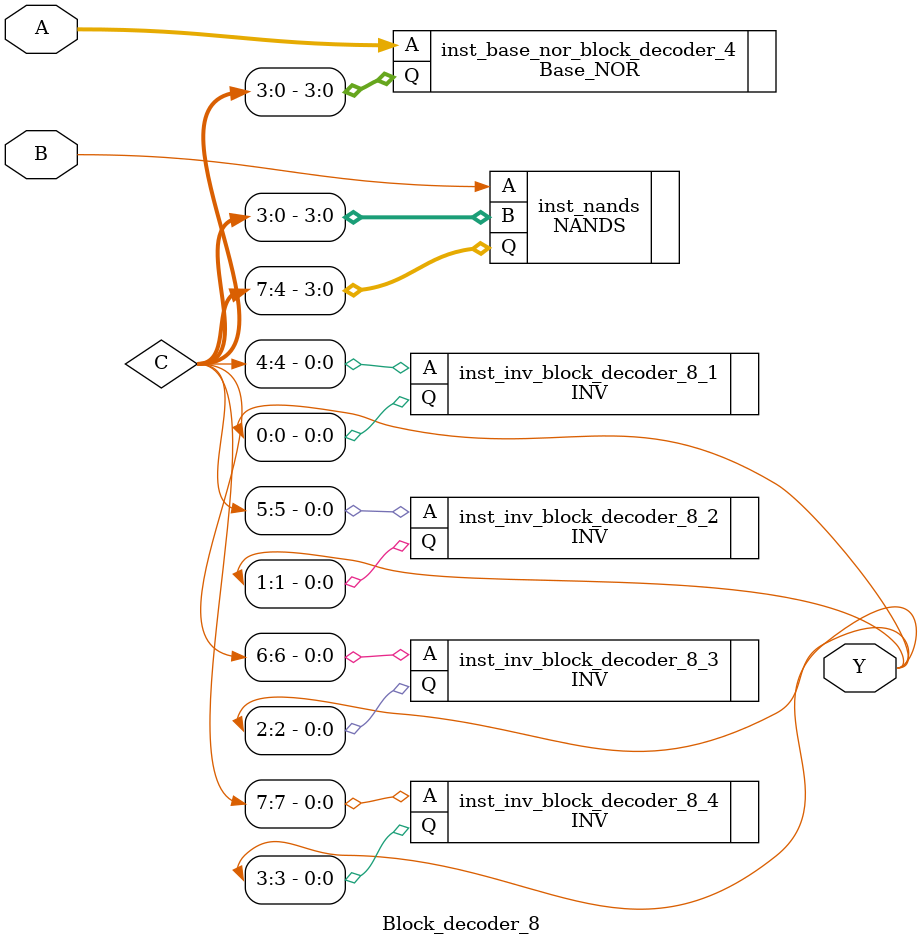
<source format=v>
`timescale 1ns / 1ps


module Block_decoder_8(A,B,Y);
input wire [1:0] A;
input wire B;
output wire [3:0] Y;

wire [7:0] C;

Base_NOR inst_base_nor_block_decoder_4(.A(A[1:0]),.Q(C[3:0]));

NANDS inst_nands(.A(B),.B(C[3:0]),.Q(C[7:4]));

INV inst_inv_block_decoder_8_1(.A(C[4]),.Q(Y[0]));
INV inst_inv_block_decoder_8_2(.A(C[5]),.Q(Y[1]));
INV inst_inv_block_decoder_8_3(.A(C[6]),.Q(Y[2]));
INV inst_inv_block_decoder_8_4(.A(C[7]),.Q(Y[3]));

endmodule

</source>
